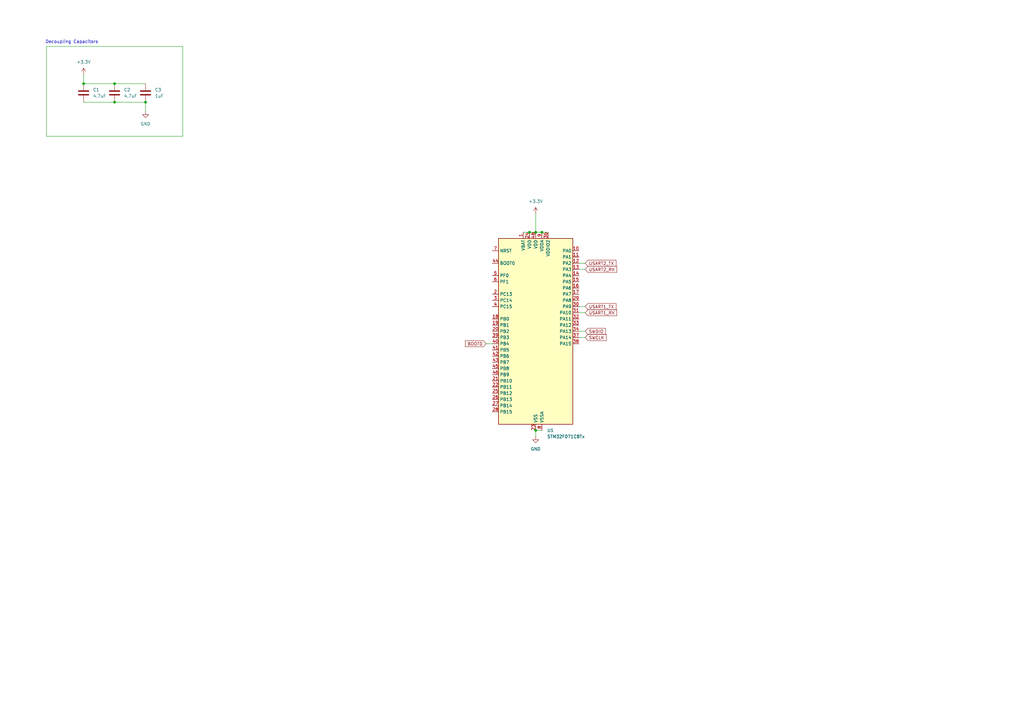
<source format=kicad_sch>
(kicad_sch (version 20250114) (generator "eeschema") (generator_version "9.0")
  (paper "A3")
  (lib_symbols
    (symbol "Device:C" (pin_numbers (hide yes)) (pin_names (offset 0.254))
      (property "Reference" "C" (at 0.635 2.54 0))
      (property "Value" "C" (at 0.635 -2.54 0))
      (symbol "C_0_1"
        (polyline (pts (xy -2.032 0.762) (xy 2.032 0.762)) (stroke (width 0.508)))
        (polyline (pts (xy -2.032 -0.762) (xy 2.032 -0.762)) (stroke (width 0.508)))
      )
      (symbol "C_1_1"
        (pin passive line (at 0 3.81 270) (length 2.794) (name "~") (number "1"))
        (pin passive line (at 0 -3.81 90) (length 2.794) (name "~") (number "2"))
      )
    )
    (symbol "MCU_ST_STM32F0:STM32F071C8Tx"
      (property "Reference" "U" (at -15.24 39.37 0))
      (property "Value" "STM32F071C8Tx" (at 7.62 39.37 0))
      (symbol "STM32F071C8Tx_0_1"
        (rectangle (start -15.24 -38.1) (end 15.24 38.1) (stroke (width 0.254)) (fill (type background)))
      )
      (symbol "STM32F071C8Tx_1_1"
        (pin input line (at -17.78 33.02 0) (length 2.54) (name "NRST") (number "7"))
        (pin input line (at -17.78 27.94 0) (length 2.54) (name "BOOT0") (number "44"))
        (pin bidirectional line (at -17.78 22.86 0) (length 2.54) (name "PF0") (number "5"))
        (pin bidirectional line (at -17.78 20.32 0) (length 2.54) (name "PF1") (number "6"))
        (pin bidirectional line (at -17.78 15.24 0) (length 2.54) (name "PC13") (number "2"))
        (pin bidirectional line (at -17.78 12.7 0) (length 2.54) (name "PC14") (number "3"))
        (pin bidirectional line (at -17.78 10.16 0) (length 2.54) (name "PC15") (number "4"))
        (pin bidirectional line (at -17.78 5.08 0) (length 2.54) (name "PB0") (number "18"))
        (pin bidirectional line (at -17.78 2.54 0) (length 2.54) (name "PB1") (number "19"))
        (pin bidirectional line (at -17.78 0 0) (length 2.54) (name "PB2") (number "20"))
        (pin bidirectional line (at -17.78 -2.54 0) (length 2.54) (name "PB3") (number "39"))
        (pin bidirectional line (at -17.78 -5.08 0) (length 2.54) (name "PB4") (number "40"))
        (pin bidirectional line (at -17.78 -7.62 0) (length 2.54) (name "PB5") (number "41"))
        (pin bidirectional line (at -17.78 -10.16 0) (length 2.54) (name "PB6") (number "42"))
        (pin bidirectional line (at -17.78 -12.7 0) (length 2.54) (name "PB7") (number "43"))
        (pin bidirectional line (at -17.78 -15.24 0) (length 2.54) (name "PB8") (number "45"))
        (pin bidirectional line (at -17.78 -17.78 0) (length 2.54) (name "PB9") (number "46"))
        (pin bidirectional line (at -17.78 -20.32 0) (length 2.54) (name "PB10") (number "21"))
        (pin bidirectional line (at -17.78 -22.86 0) (length 2.54) (name "PB11") (number "22"))
        (pin bidirectional line (at -17.78 -25.4 0) (length 2.54) (name "PB12") (number "25"))
        (pin bidirectional line (at -17.78 -27.94 0) (length 2.54) (name "PB13") (number "26"))
        (pin bidirectional line (at -17.78 -30.48 0) (length 2.54) (name "PB14") (number "27"))
        (pin bidirectional line (at -17.78 -33.02 0) (length 2.54) (name "PB15") (number "28"))
        (pin power_in line (at -5.08 40.64 270) (length 2.54) (name "VBAT") (number "1"))
        (pin power_in line (at -2.54 40.64 270) (length 2.54) (name "VDD") (number "24"))
        (pin power_in line (at 0 40.64 270) (length 2.54) (name "VDD") (number "48"))
        (pin power_in line (at 0 -40.64 90) (length 2.54) (name "VSS") (number "23"))
        (pin passive line (at 0 -40.64 90) (length 2.54) (hide yes) (name "VSS") (number "35"))
        (pin passive line (at 0 -40.64 90) (length 2.54) (hide yes) (name "VSS") (number "47"))
        (pin power_in line (at 2.54 40.64 270) (length 2.54) (name "VDDA") (number "9"))
        (pin power_in line (at 2.54 -40.64 90) (length 2.54) (name "VSSA") (number "8"))
        (pin power_in line (at 5.08 40.64 270) (length 2.54) (name "VDDIO2") (number "36"))
        (pin bidirectional line (at 17.78 33.02 180) (length 2.54) (name "PA0") (number "10"))
        (pin bidirectional line (at 17.78 30.48 180) (length 2.54) (name "PA1") (number "11"))
        (pin bidirectional line (at 17.78 27.94 180) (length 2.54) (name "PA2") (number "12"))
        (pin bidirectional line (at 17.78 25.4 180) (length 2.54) (name "PA3") (number "13"))
        (pin bidirectional line (at 17.78 22.86 180) (length 2.54) (name "PA4") (number "14"))
        (pin bidirectional line (at 17.78 20.32 180) (length 2.54) (name "PA5") (number "15"))
        (pin bidirectional line (at 17.78 17.78 180) (length 2.54) (name "PA6") (number "16"))
        (pin bidirectional line (at 17.78 15.24 180) (length 2.54) (name "PA7") (number "17"))
        (pin bidirectional line (at 17.78 12.7 180) (length 2.54) (name "PA8") (number "29"))
        (pin bidirectional line (at 17.78 10.16 180) (length 2.54) (name "PA9") (number "30"))
        (pin bidirectional line (at 17.78 7.62 180) (length 2.54) (name "PA10") (number "31"))
        (pin bidirectional line (at 17.78 5.08 180) (length 2.54) (name "PA11") (number "32"))
        (pin bidirectional line (at 17.78 2.54 180) (length 2.54) (name "PA12") (number "33"))
        (pin bidirectional line (at 17.78 0 180) (length 2.54) (name "PA13") (number "34"))
        (pin bidirectional line (at 17.78 -2.54 180) (length 2.54) (name "PA14") (number "37"))
        (pin bidirectional line (at 17.78 -5.08 180) (length 2.54) (name "PA15") (number "38"))
      )
    )
    (symbol "power:+3.3V" (power) (pin_numbers (hide yes)) (pin_names (offset 0) (hide yes))
      (property "Value" "+3.3V" (at 0 3.556 0))
      (symbol "+3.3V_0_1"
        (polyline (pts (xy -0.762 1.27) (xy 0 2.54)))
        (polyline (pts (xy 0 2.54) (xy 0.762 1.27)))
        (polyline (pts (xy 0 0) (xy 0 2.54)))
      )
      (symbol "+3.3V_1_1"
        (pin power_in line (at 0 0 90) (length 0) (name "~") (number "1"))
      )
    )
    (symbol "power:GND" (power) (pin_numbers (hide yes)) (pin_names (offset 0) (hide yes))
      (property "Value" "GND" (at 0 -3.81 0))
      (symbol "GND_0_1"
        (polyline (pts (xy 0 0) (xy 0 -1.27) (xy 1.27 -1.27) (xy 0 -2.54) (xy -1.27 -1.27) (xy 0 -1.27)))
      )
      (symbol "GND_1_1"
        (pin power_in line (at 0 0 270) (length 0) (name "~") (number "1"))
      )
    )
  )
  (text "Decoupling Capacitors" (at 29.464 17.272 0) (effects (font (size 1.27 1.27))))
  (junction (at 46.99 41.91))
  (junction (at 219.71 95.25))
  (junction (at 34.29 34.29))
  (junction (at 46.99 34.29))
  (junction (at 219.71 176.53))
  (junction (at 222.25 95.25))
  (junction (at 59.69 41.91))
  (junction (at 217.17 95.25))
  (wire (pts (xy 199.39 140.97) (xy 201.93 140.97)))
  (wire (pts (xy 237.49 128.27) (xy 240.03 128.27)))
  (wire (pts (xy 237.49 107.95) (xy 240.03 107.95)))
  (wire (pts (xy 74.93 55.88) (xy 19.05 55.88)))
  (wire (pts (xy 217.17 95.25) (xy 219.71 95.25)))
  (wire (pts (xy 222.25 95.25) (xy 224.79 95.25)))
  (wire (pts (xy 237.49 135.89) (xy 240.03 135.89)))
  (wire (pts (xy 59.69 41.91) (xy 59.69 45.72)))
  (wire (pts (xy 237.49 110.49) (xy 240.03 110.49)))
  (wire (pts (xy 237.49 138.43) (xy 240.03 138.43)))
  (wire (pts (xy 237.49 125.73) (xy 240.03 125.73)))
  (wire (pts (xy 219.71 176.53) (xy 222.25 176.53)))
  (wire (pts (xy 34.29 34.29) (xy 46.99 34.29)))
  (wire (pts (xy 46.99 34.29) (xy 59.69 34.29)))
  (wire (pts (xy 34.29 41.91) (xy 46.99 41.91)))
  (wire (pts (xy 19.05 19.05) (xy 74.93 19.05)))
  (wire (pts (xy 219.71 95.25) (xy 222.25 95.25)))
  (wire (pts (xy 219.71 176.53) (xy 219.71 179.07)))
  (wire (pts (xy 34.29 30.48) (xy 34.29 34.29)))
  (wire (pts (xy 219.71 87.63) (xy 219.71 95.25)))
  (wire (pts (xy 74.93 19.05) (xy 74.93 55.88)))
  (wire (pts (xy 214.63 95.25) (xy 217.17 95.25)))
  (wire (pts (xy 46.99 41.91) (xy 59.69 41.91)))
  (wire (pts (xy 19.05 55.88) (xy 19.05 19.05)))
  (global_label "SWCLK" (shape input) (at 240.03 138.43 0) (property "Intersheetrefs" "${INTERSHEET_REFS}" (effects (hide yes))))
  (global_label "USART1_RX" (shape input) (at 240.03 128.27 0) (property "Intersheetrefs" "${INTERSHEET_REFS}" (effects (hide yes))))
  (global_label "USART1_TX" (shape input) (at 240.03 125.73 0) (property "Intersheetrefs" "${INTERSHEET_REFS}" (effects (hide yes))))
  (global_label "USART2_RX" (shape input) (at 240.03 110.49 0) (property "Intersheetrefs" "${INTERSHEET_REFS}" (effects (hide yes))))
  (global_label "BOOT0" (shape input) (at 199.39 140.97 180) (property "Intersheetrefs" "${INTERSHEET_REFS}" (effects (hide yes))))
  (global_label "USART2_TX" (shape input) (at 240.03 107.95 0) (property "Intersheetrefs" "${INTERSHEET_REFS}" (effects (hide yes))))
  (global_label "SWDIO" (shape input) (at 240.03 135.89 0) (property "Intersheetrefs" "${INTERSHEET_REFS}" (effects (hide yes))))
  (symbol (lib_id "Device:C") (at 34.29 38.1 0) (unit 1)
    (property "Reference" "C1" (at 38.1 36.8299 0) (effects (justify left)))
    (property "Value" "4.7uF" (at 38.1 39.3699 0) (effects (justify left)))
    (property "Description" "Unpolarized capacitor" (effects (hide yes)))
  )
  (symbol (lib_id "power:+3.3V") (at 34.29 30.48 0) (unit 1)
    (property "Reference" "#PWR04" (effects (hide yes)))
    (property "Value" "+3.3V" (at 34.29 25.4 0))
    (property "Description" "Power symbol creates a global label with name \"+3.3V\"" (effects (hide yes)))
  )
  (symbol (lib_id "Device:C") (at 59.69 38.1 0) (unit 1)
    (property "Reference" "C3" (at 63.5 36.8299 0) (effects (justify left)))
    (property "Value" "1uF" (at 63.5 39.3699 0) (effects (justify left)))
    (property "Description" "Unpolarized capacitor" (effects (hide yes)))
  )
  (symbol (lib_id "Device:C") (at 46.99 38.1 0) (unit 1)
    (property "Reference" "C2" (at 50.8 36.8299 0) (effects (justify left)))
    (property "Value" "4.7uF" (at 50.8 39.3699 0) (effects (justify left)))
    (property "Description" "Unpolarized capacitor" (effects (hide yes)))
  )
  (symbol (lib_id "power:+3.3V") (at 219.71 87.63 0) (unit 1)
    (property "Reference" "#PWR01" (effects (hide yes)))
    (property "Value" "+3.3V" (at 219.71 82.55 0))
    (property "Description" "Power symbol creates a global label with name \"+3.3V\"" (effects (hide yes)))
  )
  (symbol (lib_id "power:GND") (at 59.69 45.72 0) (unit 1)
    (property "Reference" "#PWR05" (effects (hide yes)))
    (property "Value" "GND" (at 59.69 50.8 0))
    (property "Description" "Power symbol creates a global label with name \"GND\" , ground" (effects (hide yes)))
  )
  (symbol (lib_id "MCU_ST_STM32F0:STM32F071C8Tx") (at 219.71 135.89 0) (unit 1)
    (property "Reference" "U1" (at 224.3933 176.53 0) (effects (justify left)))
    (property "Value" "STM32F071C8Tx" (at 224.3933 179.07 0) (effects (justify left)))
    (property "Footprint" "Package_QFP:LQFP-48_7x7mm_P0.5mm" (effects (hide yes)))
    (property "Datasheet" "https://www.st.com/resource/en/datasheet/stm32f071c8.pdf" (effects (hide yes)))
    (property "Description" "STMicroelectronics Arm Cortex-M0 MCU, 64KB flash, 16KB RAM, 48 MHz, 2.0-3.6V, 37 GPIO, LQFP48" (effects (hide yes)))
  )
  (symbol (lib_id "power:GND") (at 219.71 179.07 0) (unit 1)
    (property "Reference" "#PWR02" (effects (hide yes)))
    (property "Value" "GND" (at 219.71 184.15 0))
    (property "Description" "Power symbol creates a global label with name \"GND\" , ground" (effects (hide yes)))
  )
)
</source>
